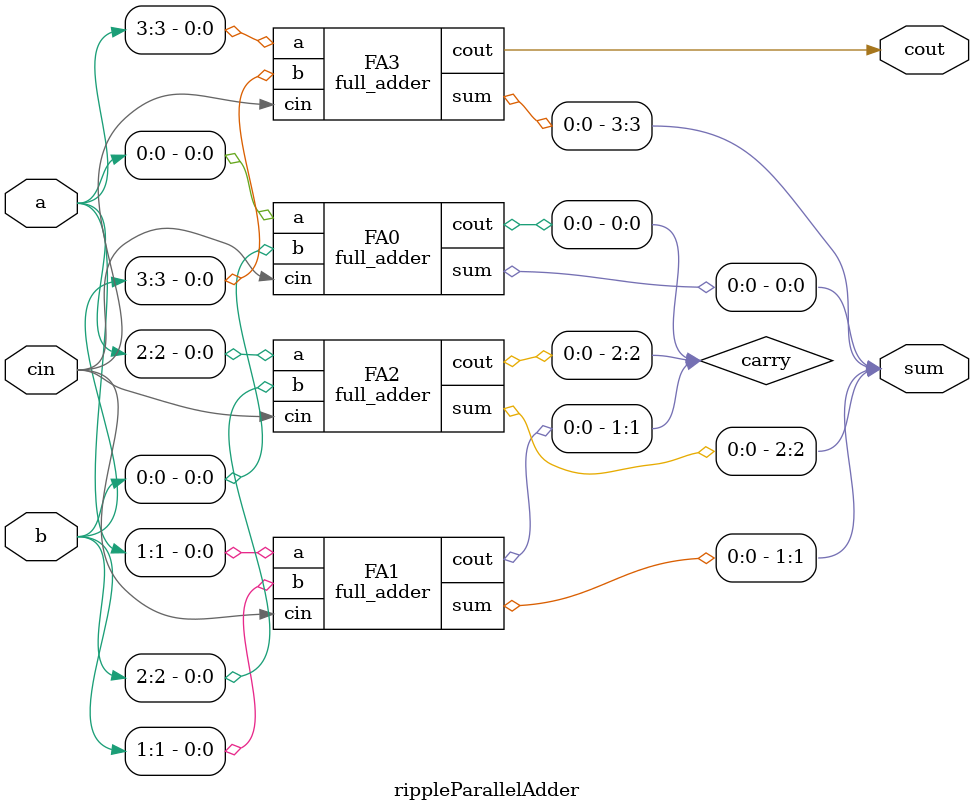
<source format=v>
module full_adder (
    input a,b,cin,
    output sum, cout
);
    assign sum =  a^b^cin;
    assign cout =  ((a^b) &cin) | (a&b);
endmodule


module rippleParallelAdder (
    input [3:0] a, 
    input [3:0] b,
    input cin,
    output [3:0] sum, 
    output cout
);
    
    wire [2:0]carry;
    full_adder FA0(a[0], b[0],cin, sum[0], carry[0]);
    full_adder FA1(a[1], b[1],cin, sum[1], carry[1]);
    full_adder FA2(a[2], b[2],cin, sum[2], carry[2]);
    full_adder FA3(a[3], b[3],cin, sum[3], cout);
endmodule
</source>
